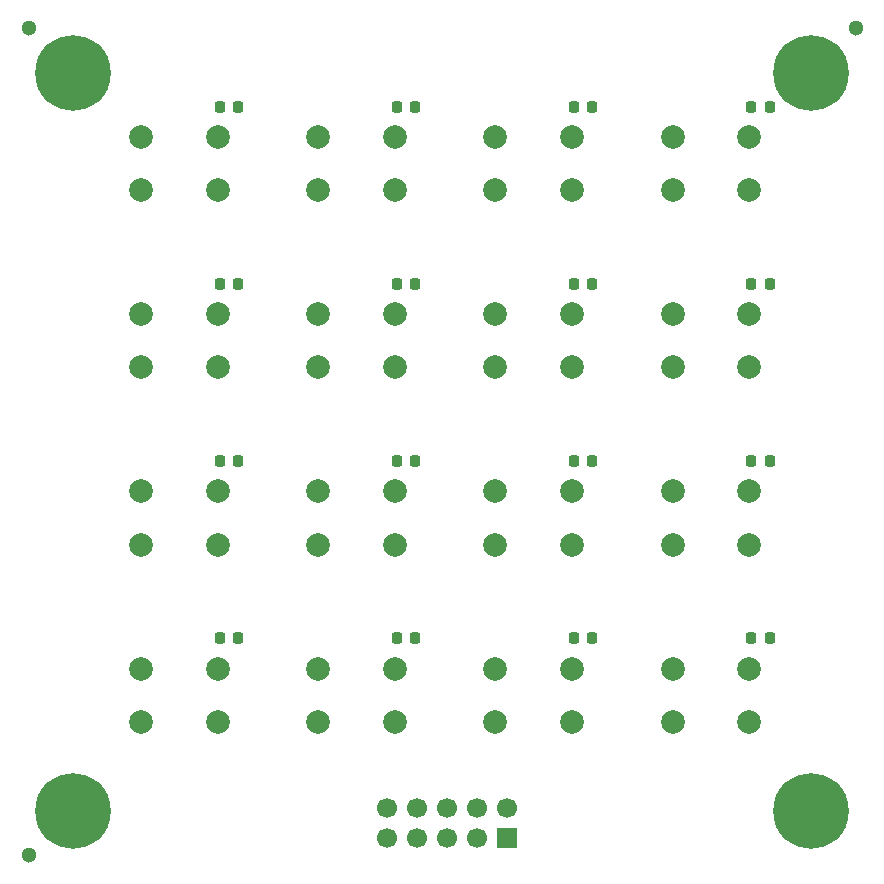
<source format=gbr>
%TF.GenerationSoftware,KiCad,Pcbnew,9.0.5*%
%TF.CreationDate,2025-12-24T11:27:01+01:00*%
%TF.ProjectId,lab0,6c616230-2e6b-4696-9361-645f70636258,rev?*%
%TF.SameCoordinates,Original*%
%TF.FileFunction,Soldermask,Bot*%
%TF.FilePolarity,Negative*%
%FSLAX46Y46*%
G04 Gerber Fmt 4.6, Leading zero omitted, Abs format (unit mm)*
G04 Created by KiCad (PCBNEW 9.0.5) date 2025-12-24 11:27:01*
%MOMM*%
%LPD*%
G01*
G04 APERTURE LIST*
G04 Aperture macros list*
%AMRoundRect*
0 Rectangle with rounded corners*
0 $1 Rounding radius*
0 $2 $3 $4 $5 $6 $7 $8 $9 X,Y pos of 4 corners*
0 Add a 4 corners polygon primitive as box body*
4,1,4,$2,$3,$4,$5,$6,$7,$8,$9,$2,$3,0*
0 Add four circle primitives for the rounded corners*
1,1,$1+$1,$2,$3*
1,1,$1+$1,$4,$5*
1,1,$1+$1,$6,$7*
1,1,$1+$1,$8,$9*
0 Add four rect primitives between the rounded corners*
20,1,$1+$1,$2,$3,$4,$5,0*
20,1,$1+$1,$4,$5,$6,$7,0*
20,1,$1+$1,$6,$7,$8,$9,0*
20,1,$1+$1,$8,$9,$2,$3,0*%
G04 Aperture macros list end*
%ADD10C,2.000000*%
%ADD11C,1.300000*%
%ADD12C,1.700000*%
%ADD13R,1.700000X1.700000*%
%ADD14RoundRect,0.218750X0.218750X0.256250X-0.218750X0.256250X-0.218750X-0.256250X0.218750X-0.256250X0*%
%ADD15C,0.800000*%
%ADD16C,6.400000*%
G04 APERTURE END LIST*
D10*
%TO.C,SW1*%
X43510000Y-41190000D03*
X37010000Y-41190000D03*
X43510000Y-36690000D03*
X37010000Y-36690000D03*
%TD*%
%TO.C,SW2*%
X58510000Y-41190000D03*
X52010000Y-41190000D03*
X58510000Y-36690000D03*
X52010000Y-36690000D03*
%TD*%
%TO.C,SW3*%
X73510000Y-41190000D03*
X67010000Y-41190000D03*
X73510000Y-36690000D03*
X67010000Y-36690000D03*
%TD*%
%TO.C,SW4*%
X88510000Y-41190000D03*
X82010000Y-41190000D03*
X88510000Y-36690000D03*
X82010000Y-36690000D03*
%TD*%
%TO.C,SW5*%
X43510000Y-56190000D03*
X37010000Y-56190000D03*
X43510000Y-51690000D03*
X37010000Y-51690000D03*
%TD*%
%TO.C,SW6*%
X58510000Y-56190000D03*
X52010000Y-56190000D03*
X58510000Y-51690000D03*
X52010000Y-51690000D03*
%TD*%
%TO.C,SW7*%
X73510000Y-56190000D03*
X67010000Y-56190000D03*
X73510000Y-51690000D03*
X67010000Y-51690000D03*
%TD*%
%TO.C,SW8*%
X88510000Y-56190000D03*
X82010000Y-56190000D03*
X88510000Y-51690000D03*
X82010000Y-51690000D03*
%TD*%
%TO.C,SW9*%
X43510000Y-71190000D03*
X37010000Y-71190000D03*
X43510000Y-66690000D03*
X37010000Y-66690000D03*
%TD*%
%TO.C,SW10*%
X58510000Y-71190000D03*
X52010000Y-71190000D03*
X58510000Y-66690000D03*
X52010000Y-66690000D03*
%TD*%
%TO.C,SW11*%
X73510000Y-71190000D03*
X67010000Y-71190000D03*
X73510000Y-66690000D03*
X67010000Y-66690000D03*
%TD*%
%TO.C,SW12*%
X88510000Y-71190000D03*
X82010000Y-71190000D03*
X88510000Y-66690000D03*
X82010000Y-66690000D03*
%TD*%
%TO.C,SW13*%
X43510000Y-86190000D03*
X37010000Y-86190000D03*
X43510000Y-81690000D03*
X37010000Y-81690000D03*
%TD*%
%TO.C,SW14*%
X58510000Y-86190000D03*
X52010000Y-86190000D03*
X58510000Y-81690000D03*
X52010000Y-81690000D03*
%TD*%
%TO.C,SW15*%
X73510000Y-86190000D03*
X67010000Y-86190000D03*
X73510000Y-81690000D03*
X67010000Y-81690000D03*
%TD*%
%TO.C,SW16*%
X88510000Y-86190000D03*
X82010000Y-86190000D03*
X88510000Y-81690000D03*
X82010000Y-81690000D03*
%TD*%
D11*
%TO.C,H7*%
X27500000Y-97500000D03*
%TD*%
%TO.C,H6*%
X97500000Y-27500000D03*
%TD*%
%TO.C,H5*%
X27500000Y-27500000D03*
%TD*%
D12*
%TO.C,J1*%
X62920000Y-96000000D03*
D13*
X68000000Y-96000000D03*
D12*
X68000000Y-93460000D03*
X65460000Y-96000000D03*
X65460000Y-93460000D03*
X62920000Y-93460000D03*
X60380000Y-96000000D03*
X60380000Y-93460000D03*
X57840000Y-96000000D03*
X57840000Y-93460000D03*
%TD*%
D14*
%TO.C,D16*%
X90227500Y-79120000D03*
X88652500Y-79120000D03*
%TD*%
%TO.C,D15*%
X75227500Y-79120000D03*
X73652500Y-79120000D03*
%TD*%
%TO.C,D14*%
X60227500Y-79120000D03*
X58652500Y-79120000D03*
%TD*%
%TO.C,D13*%
X45227500Y-79120000D03*
X43652500Y-79120000D03*
%TD*%
%TO.C,D12*%
X90227500Y-64120000D03*
X88652500Y-64120000D03*
%TD*%
%TO.C,D11*%
X75227500Y-64120000D03*
X73652500Y-64120000D03*
%TD*%
%TO.C,D10*%
X60227500Y-64120000D03*
X58652500Y-64120000D03*
%TD*%
%TO.C,D9*%
X45227500Y-64120000D03*
X43652500Y-64120000D03*
%TD*%
%TO.C,D8*%
X90227500Y-49120000D03*
X88652500Y-49120000D03*
%TD*%
%TO.C,D7*%
X75227500Y-49120000D03*
X73652500Y-49120000D03*
%TD*%
%TO.C,D6*%
X60227500Y-49120000D03*
X58652500Y-49120000D03*
%TD*%
%TO.C,D5*%
X45227500Y-49120000D03*
X43652500Y-49120000D03*
%TD*%
%TO.C,D4*%
X90227500Y-34120000D03*
X88652500Y-34120000D03*
%TD*%
%TO.C,D3*%
X75227500Y-34120000D03*
X73652500Y-34120000D03*
%TD*%
%TO.C,D2*%
X60227500Y-34120000D03*
X58652500Y-34120000D03*
%TD*%
%TO.C,D1*%
X45227500Y-34120000D03*
X43652500Y-34120000D03*
%TD*%
D15*
%TO.C,H1*%
X28850000Y-31250000D03*
X29552944Y-29552944D03*
X29552944Y-32947056D03*
X31250000Y-28850000D03*
D16*
X31250000Y-31250000D03*
D15*
X31250000Y-33650000D03*
X32947056Y-29552944D03*
X32947056Y-32947056D03*
X33650000Y-31250000D03*
%TD*%
%TO.C,H4*%
X91350000Y-93750000D03*
X92052944Y-92052944D03*
X92052944Y-95447056D03*
X93750000Y-91350000D03*
D16*
X93750000Y-93750000D03*
D15*
X93750000Y-96150000D03*
X95447056Y-92052944D03*
X95447056Y-95447056D03*
X96150000Y-93750000D03*
%TD*%
%TO.C,H3*%
X28850000Y-93750000D03*
X29552944Y-92052944D03*
X29552944Y-95447056D03*
X31250000Y-91350000D03*
D16*
X31250000Y-93750000D03*
D15*
X31250000Y-96150000D03*
X32947056Y-92052944D03*
X32947056Y-95447056D03*
X33650000Y-93750000D03*
%TD*%
%TO.C,H2*%
X91350000Y-31250000D03*
X92052944Y-29552944D03*
X92052944Y-32947056D03*
X93750000Y-28850000D03*
D16*
X93750000Y-31250000D03*
D15*
X93750000Y-33650000D03*
X95447056Y-29552944D03*
X95447056Y-32947056D03*
X96150000Y-31250000D03*
%TD*%
M02*

</source>
